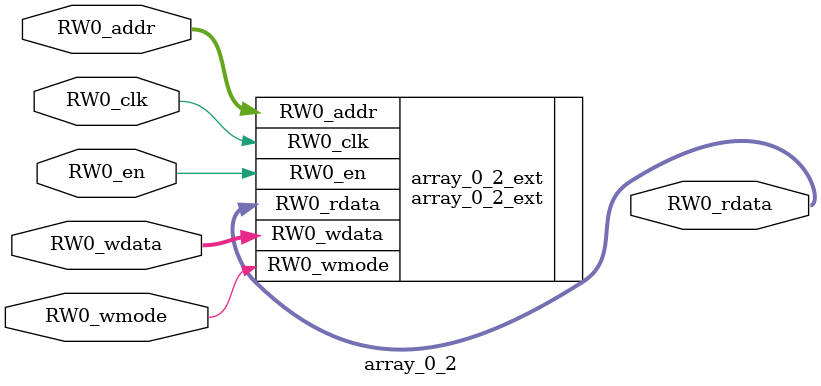
<source format=sv>
`ifndef RANDOMIZE
  `ifdef RANDOMIZE_MEM_INIT
    `define RANDOMIZE
  `endif // RANDOMIZE_MEM_INIT
`endif // not def RANDOMIZE
`ifndef RANDOMIZE
  `ifdef RANDOMIZE_REG_INIT
    `define RANDOMIZE
  `endif // RANDOMIZE_REG_INIT
`endif // not def RANDOMIZE

`ifndef RANDOM
  `define RANDOM $random
`endif // not def RANDOM

// Users can define INIT_RANDOM as general code that gets injected into the
// initializer block for modules with registers.
`ifndef INIT_RANDOM
  `define INIT_RANDOM
`endif // not def INIT_RANDOM

// If using random initialization, you can also define RANDOMIZE_DELAY to
// customize the delay used, otherwise 0.002 is used.
`ifndef RANDOMIZE_DELAY
  `define RANDOMIZE_DELAY 0.002
`endif // not def RANDOMIZE_DELAY

// Define INIT_RANDOM_PROLOG_ for use in our modules below.
`ifndef INIT_RANDOM_PROLOG_
  `ifdef RANDOMIZE
    `ifdef VERILATOR
      `define INIT_RANDOM_PROLOG_ `INIT_RANDOM
    `else  // VERILATOR
      `define INIT_RANDOM_PROLOG_ `INIT_RANDOM #`RANDOMIZE_DELAY begin end
    `endif // VERILATOR
  `else  // RANDOMIZE
    `define INIT_RANDOM_PROLOG_
  `endif // RANDOMIZE
`endif // not def INIT_RANDOM_PROLOG_

// Include register initializers in init blocks unless synthesis is set
`ifndef SYNTHESIS
  `ifndef ENABLE_INITIAL_REG_
    `define ENABLE_INITIAL_REG_
  `endif // not def ENABLE_INITIAL_REG_
`endif // not def SYNTHESIS

// Include rmemory initializers in init blocks unless synthesis is set
`ifndef SYNTHESIS
  `ifndef ENABLE_INITIAL_MEM_
    `define ENABLE_INITIAL_MEM_
  `endif // not def ENABLE_INITIAL_MEM_
`endif // not def SYNTHESIS

module array_0_2(
  input  [11:0] RW0_addr,
  input         RW0_en,
  input         RW0_clk,
  input         RW0_wmode,
  input  [14:0] RW0_wdata,
  output [14:0] RW0_rdata
);

  array_0_2_ext array_0_2_ext (
    .RW0_addr  (RW0_addr),
    .RW0_en    (RW0_en),
    .RW0_clk   (RW0_clk),
    .RW0_wmode (RW0_wmode),
    .RW0_wdata (RW0_wdata),
    .RW0_rdata (RW0_rdata)
  );
endmodule


</source>
